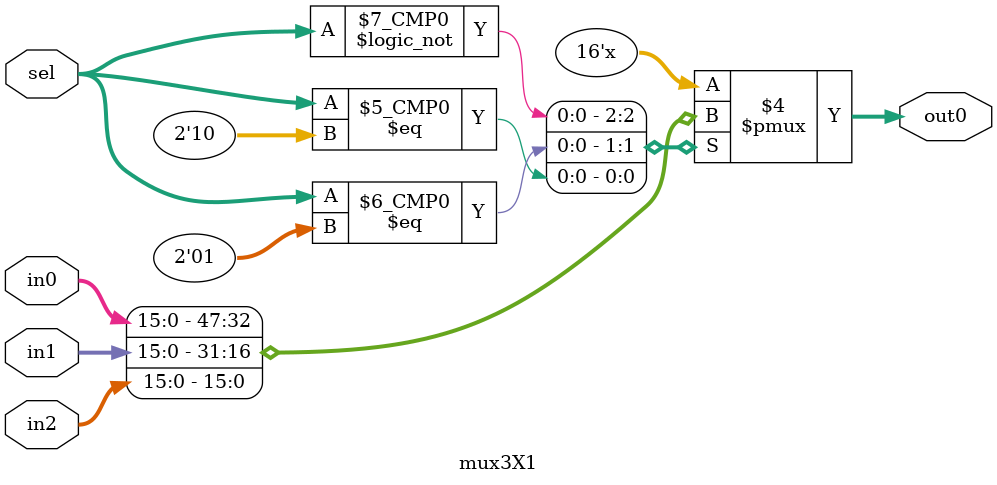
<source format=v>
module rf(input clk, rst, regwrite, input[31:0] in_val, input [2:0] readaddress1, readaddress2, writeaddress, input [15:0] write_data, output [15:0] print_rdata1, print_rdata2);
    reg [15:0] internal_memory [7:0];		// internal memory to be loaded
    integer i;					 
    always @(posedge clk) begin
        {internal_memory[0], internal_memory[6]} = in_val; // initialize internal memory, $0, $6 are constant 0
        if(~rst) begin 
            for (i=0; i<8; i=i+1) 
                internal_memory[i] = 16'b0; 
        end	
        else if(regwrite) 
            internal_memory[writeaddress] = write_data;
    end						
    assign print_rdata1 = internal_memory[readaddress1];	// save internal memory in print_rdata1	
    assign print_rdata2 = internal_memory[readaddress2];	// save internal memory in print_rdata2	
endmodule

module PC_Reg(input [12:0] PC_in,input rst,clk,output reg [12:0] PC_out);
    always @(posedge clk)begin
        if (~rst)					// if the reset value is 0, PC value will be 0
            PC_out = 0;
        else if (PC_out>22)				// if the current PC value is greater than 22, the value will be 0 
            PC_out = 0;					
        else
            PC_out = PC_in;				// on the other cases, PC value will have next PC value
    end
endmodule

module control(input[2:0] opcode, input reset, output reg[1:0] regDst,memToReg,aluOp, output reg jump,branch,memRead,memWrite,aluSrc,regWrite);  
    always @(*) begin  			
        if(reset == 0) begin  
            regDst = 2'b00; aluSrc = 1'b0; memToReg = 2'b00; regWrite = 1'b0; memRead = 1'b0; memWrite = 1'b0;  branch = 1'b0;   
            aluOp = 2'b00; jump = 1'b0;
        end  
        else begin  
            case(opcode)   				
                3'b000: begin 				// add
                    regDst = 2'b01; aluSrc = 1'b0; memToReg = 2'b00; regWrite = 1'b1; memRead = 1'b0; memWrite = 1'b0;  branch = 1'b0;   
                    aluOp = 2'b00; jump = 1'b0;
                end  
                3'b001: begin  				// sli
                    regDst = 2'b00; aluSrc = 1'b1; memToReg = 2'b00; regWrite = 1'b1; memRead = 1'b0; memWrite = 1'b0;  branch = 1'b0;   
                    aluOp = 2'b10; jump = 1'b0;
                end
                3'b010: begin  				// j
                    regDst = 2'b00; aluSrc = 1'b0; memToReg = 2'b00; regWrite = 1'b0; memRead = 1'b0; memWrite = 1'b0;  branch = 1'b0;   
                    aluOp = 2'b00; jump = 1'b1;
                end  
                3'b011: begin   			// jal
                    regDst = 2'b10; aluSrc = 1'b0; memToReg = 2'b10; regWrite = 1'b1; memRead = 1'b0; memWrite = 1'b0;  branch = 1'b0;   
                    aluOp = 2'b00; jump = 1'b1;
                end  
                3'b100: begin 				// lw
                    regDst = 2'b00; aluSrc = 1'b1; memToReg = 2'b01; regWrite = 1'b1; memRead = 1'b1; memWrite = 1'b0;  branch = 1'b0;   
                    aluOp = 2'b11; jump = 1'b0;
                end
                3'b101: begin 				// sw
                    regDst = 2'b00; aluSrc = 1'b1; memToReg = 2'b00; regWrite = 1'b0; memRead = 1'b0; memWrite = 1'b1;  branch = 1'b0;   
                    aluOp = 2'b11; jump = 1'b0;
                end
                3'b110: begin   			// beq
                    regDst = 2'b00; aluSrc = 1'b0; memToReg = 2'b00; regWrite = 1'b0; memRead = 1'b0; memWrite = 1'b0;  branch = 1'b1;   
                    aluOp = 2'b01; jump = 1'b0;
                end
                3'b111: begin 				// addi
                    regDst = 2'b00; aluSrc = 1'b1; memToReg = 2'b00; regWrite = 1'b1; memRead = 1'b0; memWrite = 1'b0;  branch = 1'b0;   
                    aluOp = 2'b11; jump = 1'b0;
                end
            endcase  
        end  
    end  
endmodule

module ALUControl(output reg[2:0] ALU_Control,input [1:0] ALUop,input [3:0] Function);
    wire [5:0] ALUControlIn;
    assign ALUControlIn = {ALUop, Function};  	// ALU op (2bit) + Function (4bit)
    always @(ALUControlIn) begin
        casex (ALUControlIn)  			// ALU ctrl output bit according to each ALUControlIn bit
            6'b11xxxx: ALU_Control=3'b000;   6'b01xxxx: ALU_Control=3'b001;  
            6'b00_0000: ALU_Control=3'b000;  6'b00_0001: ALU_Control=3'b001;  
            6'b00_0010: ALU_Control=3'b010;  6'b00_0011: ALU_Control=3'b011;  
            6'b00_0100: ALU_Control=3'b100;  6'b00_0101: ALU_Control=3'b101;
            6'b00_0110: ALU_Control=3'b110;  6'b10xxxx: ALU_Control=3'b100;
        endcase  
    end
 endmodule

module alu(input [15:0] a, input [15:0] b, input [2:0] alu_control,output reg [15:0] result,output zero);  
    always @(*) begin   
        case(alu_control)  
            3'b000 : result = a + b; 3'b001 : result = a - b;	// add, sub
            3'b010 : result = a & b; 3'b011 : result = a | b;   // and, or
            3'b101 : result = a * b; 3'b110 : result = a / b;   // mul, div
            3'b100 : begin if (a<b) result = 16'd1;             // slt
                        else result = 16'd0; 
                    end
        endcase  
    end  
    assign zero = (result==16'd0) ? 1'b1: 1'b0;  // if the result value is 0, zero becomes 1
endmodule

module JR_Control( input[1:0] aluOp,input [3:0] function0,output JRControl);
    assign JRControl = ({aluOp,function0}==6'b001000) ? 1'b1 : 1'b0;	// JR control will be 1 when '{aluOp,function0}==6'b001000'
endmodule					

module and_gate(a, b, c);
    output a;
    input b,c;
    
    assign a = b & c;
endmodule

module sign_extend(input [6:0] in1,output [15:0] out1);
    assign out1= {9'b0,in1[6:0]};				// extend 7bit to 16 bit for the addition
endmodule

module add#(parameter data=13)
(input [12:0] a,input [data-1:0] b,output [data-1:0] result);  
    assign result = a + b; 				// add the value
endmodule

module mux2X1#(parameter data=16)
(input[data-1:0] in0,in1,input sel,output [data-1:0]out0);
    assign out0= (sel) ? in1 : in0;				// 2x1 mux 
endmodule					

module mux3X1#(parameter data=16)
(input [data-1:0] in0, in1, in2,input [1:0] sel, output reg [data-1:0] out0);                
    always @(*) begin 
        case(sel)						// 3x1 mux
            2'b00 : out0 = in0;					
            2'b01 : out0 = in1;					
            2'b10 : out0 = in2;					
        endcase
    end
endmodule



</source>
